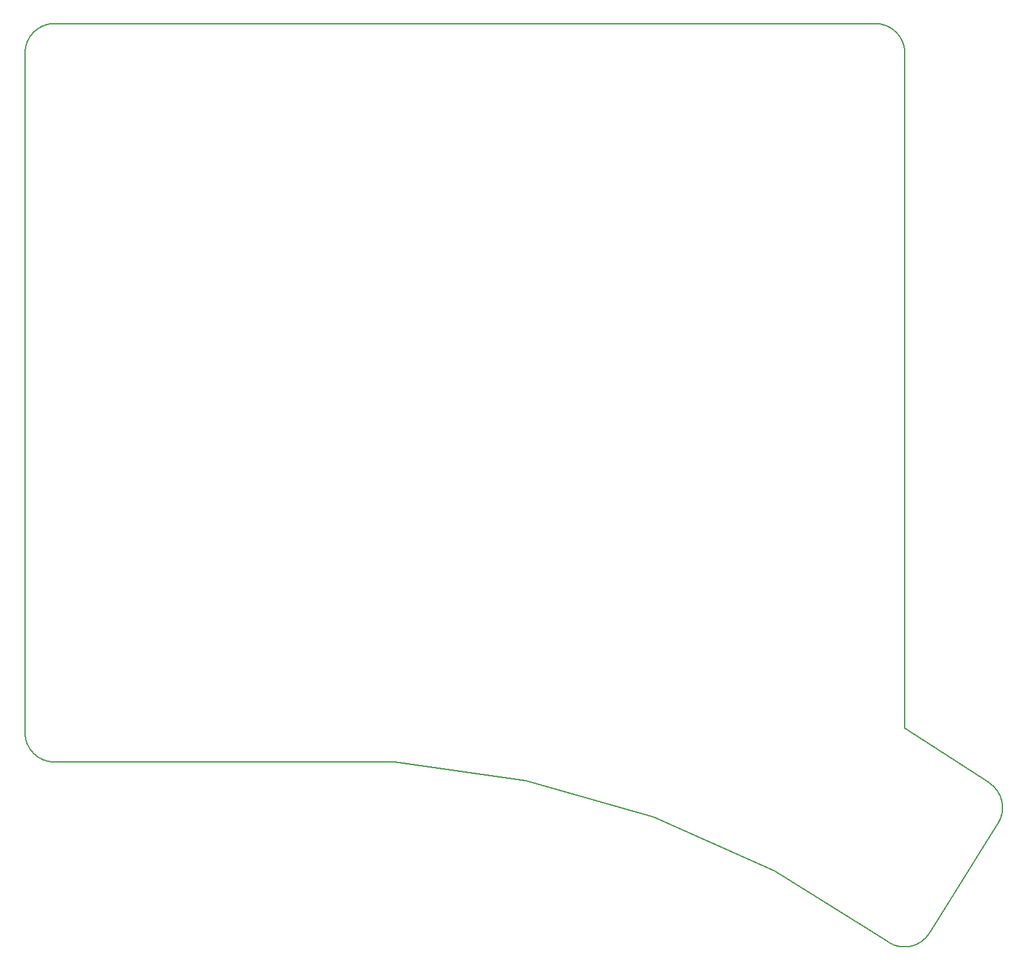
<source format=gbr>
%TF.GenerationSoftware,KiCad,Pcbnew,8.0.3*%
%TF.CreationDate,2024-06-13T00:20:47+02:00*%
%TF.ProjectId,protoeepyboard,70726f74-6f65-4657-9079-626f6172642e,1.0*%
%TF.SameCoordinates,Original*%
%TF.FileFunction,Profile,NP*%
%FSLAX46Y46*%
G04 Gerber Fmt 4.6, Leading zero omitted, Abs format (unit mm)*
G04 Created by KiCad (PCBNEW 8.0.3) date 2024-06-13 00:20:47*
%MOMM*%
%LPD*%
G01*
G04 APERTURE LIST*
%TA.AperFunction,Profile*%
%ADD10C,0.150000*%
%TD*%
G04 APERTURE END LIST*
D10*
X161757363Y-166107111D02*
X144511763Y-161162018D01*
X208384043Y-166946131D02*
X199110453Y-181786974D01*
X195775482Y-154111916D02*
X207162082Y-161466378D01*
X193598586Y-183059488D02*
X178146903Y-173404200D01*
X195775484Y-62790167D02*
X195775482Y-154111916D01*
X76775476Y-62790167D02*
G75*
G02*
X80775485Y-58790164I4000005J-2D01*
G01*
X76775487Y-154665167D02*
X76775476Y-62790167D01*
X80775480Y-158665165D02*
G75*
G02*
X76775483Y-154665167I0J3999997D01*
G01*
X80775480Y-158665165D02*
X126745772Y-158665171D01*
X207162079Y-161466376D02*
G75*
G02*
X208384070Y-166946148I-2170195J-3360092D01*
G01*
X144511763Y-161162018D02*
X126745772Y-158665171D01*
X191775484Y-58790168D02*
G75*
G02*
X195775483Y-62790167I-1J-4000000D01*
G01*
X178146903Y-173404200D02*
X161757363Y-166107111D01*
X199110457Y-181786973D02*
G75*
G02*
X193598608Y-183059453I-3392169J2119705D01*
G01*
X80775485Y-58790167D02*
X191775484Y-58790168D01*
M02*

</source>
